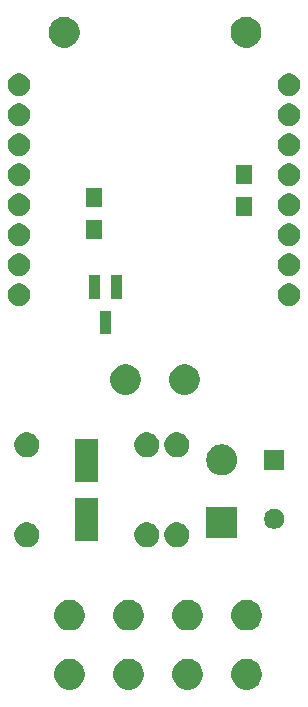
<source format=gbs>
G04 #@! TF.GenerationSoftware,KiCad,Pcbnew,(5.1.4)-1*
G04 #@! TF.CreationDate,2019-10-10T22:11:15+02:00*
G04 #@! TF.ProjectId,WirelessTouchLight,57697265-6c65-4737-9354-6f7563684c69,rev?*
G04 #@! TF.SameCoordinates,Original*
G04 #@! TF.FileFunction,Soldermask,Bot*
G04 #@! TF.FilePolarity,Negative*
%FSLAX46Y46*%
G04 Gerber Fmt 4.6, Leading zero omitted, Abs format (unit mm)*
G04 Created by KiCad (PCBNEW (5.1.4)-1) date 2019-10-10 22:11:15*
%MOMM*%
%LPD*%
G04 APERTURE LIST*
%ADD10C,0.100000*%
G04 APERTURE END LIST*
D10*
G36*
X50284487Y-73423996D02*
G01*
X50521253Y-73522068D01*
X50521255Y-73522069D01*
X50734339Y-73664447D01*
X50915553Y-73845661D01*
X51057932Y-74058747D01*
X51156004Y-74295513D01*
X51206000Y-74546861D01*
X51206000Y-74803139D01*
X51156004Y-75054487D01*
X51057932Y-75291253D01*
X51057931Y-75291255D01*
X50915553Y-75504339D01*
X50734339Y-75685553D01*
X50521255Y-75827931D01*
X50521254Y-75827932D01*
X50521253Y-75827932D01*
X50284487Y-75926004D01*
X50033139Y-75976000D01*
X49776861Y-75976000D01*
X49525513Y-75926004D01*
X49288747Y-75827932D01*
X49288746Y-75827932D01*
X49288745Y-75827931D01*
X49075661Y-75685553D01*
X48894447Y-75504339D01*
X48752069Y-75291255D01*
X48752068Y-75291253D01*
X48653996Y-75054487D01*
X48604000Y-74803139D01*
X48604000Y-74546861D01*
X48653996Y-74295513D01*
X48752068Y-74058747D01*
X48894447Y-73845661D01*
X49075661Y-73664447D01*
X49288745Y-73522069D01*
X49288747Y-73522068D01*
X49525513Y-73423996D01*
X49776861Y-73374000D01*
X50033139Y-73374000D01*
X50284487Y-73423996D01*
X50284487Y-73423996D01*
G37*
G36*
X55284487Y-73423996D02*
G01*
X55521253Y-73522068D01*
X55521255Y-73522069D01*
X55734339Y-73664447D01*
X55915553Y-73845661D01*
X56057932Y-74058747D01*
X56156004Y-74295513D01*
X56206000Y-74546861D01*
X56206000Y-74803139D01*
X56156004Y-75054487D01*
X56057932Y-75291253D01*
X56057931Y-75291255D01*
X55915553Y-75504339D01*
X55734339Y-75685553D01*
X55521255Y-75827931D01*
X55521254Y-75827932D01*
X55521253Y-75827932D01*
X55284487Y-75926004D01*
X55033139Y-75976000D01*
X54776861Y-75976000D01*
X54525513Y-75926004D01*
X54288747Y-75827932D01*
X54288746Y-75827932D01*
X54288745Y-75827931D01*
X54075661Y-75685553D01*
X53894447Y-75504339D01*
X53752069Y-75291255D01*
X53752068Y-75291253D01*
X53653996Y-75054487D01*
X53604000Y-74803139D01*
X53604000Y-74546861D01*
X53653996Y-74295513D01*
X53752068Y-74058747D01*
X53894447Y-73845661D01*
X54075661Y-73664447D01*
X54288745Y-73522069D01*
X54288747Y-73522068D01*
X54525513Y-73423996D01*
X54776861Y-73374000D01*
X55033139Y-73374000D01*
X55284487Y-73423996D01*
X55284487Y-73423996D01*
G37*
G36*
X60284487Y-73423996D02*
G01*
X60521253Y-73522068D01*
X60521255Y-73522069D01*
X60734339Y-73664447D01*
X60915553Y-73845661D01*
X61057932Y-74058747D01*
X61156004Y-74295513D01*
X61206000Y-74546861D01*
X61206000Y-74803139D01*
X61156004Y-75054487D01*
X61057932Y-75291253D01*
X61057931Y-75291255D01*
X60915553Y-75504339D01*
X60734339Y-75685553D01*
X60521255Y-75827931D01*
X60521254Y-75827932D01*
X60521253Y-75827932D01*
X60284487Y-75926004D01*
X60033139Y-75976000D01*
X59776861Y-75976000D01*
X59525513Y-75926004D01*
X59288747Y-75827932D01*
X59288746Y-75827932D01*
X59288745Y-75827931D01*
X59075661Y-75685553D01*
X58894447Y-75504339D01*
X58752069Y-75291255D01*
X58752068Y-75291253D01*
X58653996Y-75054487D01*
X58604000Y-74803139D01*
X58604000Y-74546861D01*
X58653996Y-74295513D01*
X58752068Y-74058747D01*
X58894447Y-73845661D01*
X59075661Y-73664447D01*
X59288745Y-73522069D01*
X59288747Y-73522068D01*
X59525513Y-73423996D01*
X59776861Y-73374000D01*
X60033139Y-73374000D01*
X60284487Y-73423996D01*
X60284487Y-73423996D01*
G37*
G36*
X45284487Y-73423996D02*
G01*
X45521253Y-73522068D01*
X45521255Y-73522069D01*
X45734339Y-73664447D01*
X45915553Y-73845661D01*
X46057932Y-74058747D01*
X46156004Y-74295513D01*
X46206000Y-74546861D01*
X46206000Y-74803139D01*
X46156004Y-75054487D01*
X46057932Y-75291253D01*
X46057931Y-75291255D01*
X45915553Y-75504339D01*
X45734339Y-75685553D01*
X45521255Y-75827931D01*
X45521254Y-75827932D01*
X45521253Y-75827932D01*
X45284487Y-75926004D01*
X45033139Y-75976000D01*
X44776861Y-75976000D01*
X44525513Y-75926004D01*
X44288747Y-75827932D01*
X44288746Y-75827932D01*
X44288745Y-75827931D01*
X44075661Y-75685553D01*
X43894447Y-75504339D01*
X43752069Y-75291255D01*
X43752068Y-75291253D01*
X43653996Y-75054487D01*
X43604000Y-74803139D01*
X43604000Y-74546861D01*
X43653996Y-74295513D01*
X43752068Y-74058747D01*
X43894447Y-73845661D01*
X44075661Y-73664447D01*
X44288745Y-73522069D01*
X44288747Y-73522068D01*
X44525513Y-73423996D01*
X44776861Y-73374000D01*
X45033139Y-73374000D01*
X45284487Y-73423996D01*
X45284487Y-73423996D01*
G37*
G36*
X45284487Y-68423996D02*
G01*
X45521253Y-68522068D01*
X45521255Y-68522069D01*
X45734339Y-68664447D01*
X45915553Y-68845661D01*
X46057932Y-69058747D01*
X46156004Y-69295513D01*
X46206000Y-69546861D01*
X46206000Y-69803139D01*
X46156004Y-70054487D01*
X46057932Y-70291253D01*
X46057931Y-70291255D01*
X45915553Y-70504339D01*
X45734339Y-70685553D01*
X45521255Y-70827931D01*
X45521254Y-70827932D01*
X45521253Y-70827932D01*
X45284487Y-70926004D01*
X45033139Y-70976000D01*
X44776861Y-70976000D01*
X44525513Y-70926004D01*
X44288747Y-70827932D01*
X44288746Y-70827932D01*
X44288745Y-70827931D01*
X44075661Y-70685553D01*
X43894447Y-70504339D01*
X43752069Y-70291255D01*
X43752068Y-70291253D01*
X43653996Y-70054487D01*
X43604000Y-69803139D01*
X43604000Y-69546861D01*
X43653996Y-69295513D01*
X43752068Y-69058747D01*
X43894447Y-68845661D01*
X44075661Y-68664447D01*
X44288745Y-68522069D01*
X44288747Y-68522068D01*
X44525513Y-68423996D01*
X44776861Y-68374000D01*
X45033139Y-68374000D01*
X45284487Y-68423996D01*
X45284487Y-68423996D01*
G37*
G36*
X50284487Y-68423996D02*
G01*
X50521253Y-68522068D01*
X50521255Y-68522069D01*
X50734339Y-68664447D01*
X50915553Y-68845661D01*
X51057932Y-69058747D01*
X51156004Y-69295513D01*
X51206000Y-69546861D01*
X51206000Y-69803139D01*
X51156004Y-70054487D01*
X51057932Y-70291253D01*
X51057931Y-70291255D01*
X50915553Y-70504339D01*
X50734339Y-70685553D01*
X50521255Y-70827931D01*
X50521254Y-70827932D01*
X50521253Y-70827932D01*
X50284487Y-70926004D01*
X50033139Y-70976000D01*
X49776861Y-70976000D01*
X49525513Y-70926004D01*
X49288747Y-70827932D01*
X49288746Y-70827932D01*
X49288745Y-70827931D01*
X49075661Y-70685553D01*
X48894447Y-70504339D01*
X48752069Y-70291255D01*
X48752068Y-70291253D01*
X48653996Y-70054487D01*
X48604000Y-69803139D01*
X48604000Y-69546861D01*
X48653996Y-69295513D01*
X48752068Y-69058747D01*
X48894447Y-68845661D01*
X49075661Y-68664447D01*
X49288745Y-68522069D01*
X49288747Y-68522068D01*
X49525513Y-68423996D01*
X49776861Y-68374000D01*
X50033139Y-68374000D01*
X50284487Y-68423996D01*
X50284487Y-68423996D01*
G37*
G36*
X55284487Y-68423996D02*
G01*
X55521253Y-68522068D01*
X55521255Y-68522069D01*
X55734339Y-68664447D01*
X55915553Y-68845661D01*
X56057932Y-69058747D01*
X56156004Y-69295513D01*
X56206000Y-69546861D01*
X56206000Y-69803139D01*
X56156004Y-70054487D01*
X56057932Y-70291253D01*
X56057931Y-70291255D01*
X55915553Y-70504339D01*
X55734339Y-70685553D01*
X55521255Y-70827931D01*
X55521254Y-70827932D01*
X55521253Y-70827932D01*
X55284487Y-70926004D01*
X55033139Y-70976000D01*
X54776861Y-70976000D01*
X54525513Y-70926004D01*
X54288747Y-70827932D01*
X54288746Y-70827932D01*
X54288745Y-70827931D01*
X54075661Y-70685553D01*
X53894447Y-70504339D01*
X53752069Y-70291255D01*
X53752068Y-70291253D01*
X53653996Y-70054487D01*
X53604000Y-69803139D01*
X53604000Y-69546861D01*
X53653996Y-69295513D01*
X53752068Y-69058747D01*
X53894447Y-68845661D01*
X54075661Y-68664447D01*
X54288745Y-68522069D01*
X54288747Y-68522068D01*
X54525513Y-68423996D01*
X54776861Y-68374000D01*
X55033139Y-68374000D01*
X55284487Y-68423996D01*
X55284487Y-68423996D01*
G37*
G36*
X60284487Y-68423996D02*
G01*
X60521253Y-68522068D01*
X60521255Y-68522069D01*
X60734339Y-68664447D01*
X60915553Y-68845661D01*
X61057932Y-69058747D01*
X61156004Y-69295513D01*
X61206000Y-69546861D01*
X61206000Y-69803139D01*
X61156004Y-70054487D01*
X61057932Y-70291253D01*
X61057931Y-70291255D01*
X60915553Y-70504339D01*
X60734339Y-70685553D01*
X60521255Y-70827931D01*
X60521254Y-70827932D01*
X60521253Y-70827932D01*
X60284487Y-70926004D01*
X60033139Y-70976000D01*
X59776861Y-70976000D01*
X59525513Y-70926004D01*
X59288747Y-70827932D01*
X59288746Y-70827932D01*
X59288745Y-70827931D01*
X59075661Y-70685553D01*
X58894447Y-70504339D01*
X58752069Y-70291255D01*
X58752068Y-70291253D01*
X58653996Y-70054487D01*
X58604000Y-69803139D01*
X58604000Y-69546861D01*
X58653996Y-69295513D01*
X58752068Y-69058747D01*
X58894447Y-68845661D01*
X59075661Y-68664447D01*
X59288745Y-68522069D01*
X59288747Y-68522068D01*
X59525513Y-68423996D01*
X59776861Y-68374000D01*
X60033139Y-68374000D01*
X60284487Y-68423996D01*
X60284487Y-68423996D01*
G37*
G36*
X54281564Y-61854389D02*
G01*
X54435369Y-61918097D01*
X54472835Y-61933616D01*
X54644973Y-62048635D01*
X54791365Y-62195027D01*
X54905606Y-62366000D01*
X54906385Y-62367167D01*
X54985611Y-62558436D01*
X55026000Y-62761484D01*
X55026000Y-62968516D01*
X54985611Y-63171564D01*
X54906385Y-63362833D01*
X54906384Y-63362835D01*
X54791365Y-63534973D01*
X54644973Y-63681365D01*
X54472835Y-63796384D01*
X54472834Y-63796385D01*
X54472833Y-63796385D01*
X54281564Y-63875611D01*
X54078516Y-63916000D01*
X53871484Y-63916000D01*
X53668436Y-63875611D01*
X53477167Y-63796385D01*
X53477166Y-63796385D01*
X53477165Y-63796384D01*
X53305027Y-63681365D01*
X53158635Y-63534973D01*
X53043616Y-63362835D01*
X53043615Y-63362833D01*
X52964389Y-63171564D01*
X52924000Y-62968516D01*
X52924000Y-62761484D01*
X52964389Y-62558436D01*
X53043615Y-62367167D01*
X53044395Y-62366000D01*
X53158635Y-62195027D01*
X53305027Y-62048635D01*
X53477165Y-61933616D01*
X53514631Y-61918097D01*
X53668436Y-61854389D01*
X53871484Y-61814000D01*
X54078516Y-61814000D01*
X54281564Y-61854389D01*
X54281564Y-61854389D01*
G37*
G36*
X51741564Y-61854389D02*
G01*
X51895369Y-61918097D01*
X51932835Y-61933616D01*
X52104973Y-62048635D01*
X52251365Y-62195027D01*
X52365606Y-62366000D01*
X52366385Y-62367167D01*
X52445611Y-62558436D01*
X52486000Y-62761484D01*
X52486000Y-62968516D01*
X52445611Y-63171564D01*
X52366385Y-63362833D01*
X52366384Y-63362835D01*
X52251365Y-63534973D01*
X52104973Y-63681365D01*
X51932835Y-63796384D01*
X51932834Y-63796385D01*
X51932833Y-63796385D01*
X51741564Y-63875611D01*
X51538516Y-63916000D01*
X51331484Y-63916000D01*
X51128436Y-63875611D01*
X50937167Y-63796385D01*
X50937166Y-63796385D01*
X50937165Y-63796384D01*
X50765027Y-63681365D01*
X50618635Y-63534973D01*
X50503616Y-63362835D01*
X50503615Y-63362833D01*
X50424389Y-63171564D01*
X50384000Y-62968516D01*
X50384000Y-62761484D01*
X50424389Y-62558436D01*
X50503615Y-62367167D01*
X50504395Y-62366000D01*
X50618635Y-62195027D01*
X50765027Y-62048635D01*
X50937165Y-61933616D01*
X50974631Y-61918097D01*
X51128436Y-61854389D01*
X51331484Y-61814000D01*
X51538516Y-61814000D01*
X51741564Y-61854389D01*
X51741564Y-61854389D01*
G37*
G36*
X41581564Y-61854389D02*
G01*
X41735369Y-61918097D01*
X41772835Y-61933616D01*
X41944973Y-62048635D01*
X42091365Y-62195027D01*
X42205606Y-62366000D01*
X42206385Y-62367167D01*
X42285611Y-62558436D01*
X42326000Y-62761484D01*
X42326000Y-62968516D01*
X42285611Y-63171564D01*
X42206385Y-63362833D01*
X42206384Y-63362835D01*
X42091365Y-63534973D01*
X41944973Y-63681365D01*
X41772835Y-63796384D01*
X41772834Y-63796385D01*
X41772833Y-63796385D01*
X41581564Y-63875611D01*
X41378516Y-63916000D01*
X41171484Y-63916000D01*
X40968436Y-63875611D01*
X40777167Y-63796385D01*
X40777166Y-63796385D01*
X40777165Y-63796384D01*
X40605027Y-63681365D01*
X40458635Y-63534973D01*
X40343616Y-63362835D01*
X40343615Y-63362833D01*
X40264389Y-63171564D01*
X40224000Y-62968516D01*
X40224000Y-62761484D01*
X40264389Y-62558436D01*
X40343615Y-62367167D01*
X40344395Y-62366000D01*
X40458635Y-62195027D01*
X40605027Y-62048635D01*
X40777165Y-61933616D01*
X40814631Y-61918097D01*
X40968436Y-61854389D01*
X41171484Y-61814000D01*
X41378516Y-61814000D01*
X41581564Y-61854389D01*
X41581564Y-61854389D01*
G37*
G36*
X47306000Y-63396000D02*
G01*
X45404000Y-63396000D01*
X45404000Y-59794000D01*
X47306000Y-59794000D01*
X47306000Y-63396000D01*
X47306000Y-63396000D01*
G37*
G36*
X59086000Y-63150000D02*
G01*
X56484000Y-63150000D01*
X56484000Y-60548000D01*
X59086000Y-60548000D01*
X59086000Y-63150000D01*
X59086000Y-63150000D01*
G37*
G36*
X62478228Y-60696703D02*
G01*
X62633100Y-60760853D01*
X62772481Y-60853985D01*
X62891015Y-60972519D01*
X62984147Y-61111900D01*
X63048297Y-61266772D01*
X63081000Y-61431184D01*
X63081000Y-61598816D01*
X63048297Y-61763228D01*
X62984147Y-61918100D01*
X62891015Y-62057481D01*
X62772481Y-62176015D01*
X62633100Y-62269147D01*
X62478228Y-62333297D01*
X62313816Y-62366000D01*
X62146184Y-62366000D01*
X61981772Y-62333297D01*
X61826900Y-62269147D01*
X61687519Y-62176015D01*
X61568985Y-62057481D01*
X61475853Y-61918100D01*
X61411703Y-61763228D01*
X61379000Y-61598816D01*
X61379000Y-61431184D01*
X61411703Y-61266772D01*
X61475853Y-61111900D01*
X61568985Y-60972519D01*
X61687519Y-60853985D01*
X61826900Y-60760853D01*
X61981772Y-60696703D01*
X62146184Y-60664000D01*
X62313816Y-60664000D01*
X62478228Y-60696703D01*
X62478228Y-60696703D01*
G37*
G36*
X47306000Y-58396000D02*
G01*
X45404000Y-58396000D01*
X45404000Y-54794000D01*
X47306000Y-54794000D01*
X47306000Y-58396000D01*
X47306000Y-58396000D01*
G37*
G36*
X57944472Y-55223412D02*
G01*
X58040040Y-55232825D01*
X58285280Y-55307218D01*
X58511294Y-55428025D01*
X58562899Y-55470376D01*
X58709397Y-55590603D01*
X58829624Y-55737101D01*
X58871975Y-55788706D01*
X58992782Y-56014720D01*
X59067175Y-56259960D01*
X59092294Y-56515000D01*
X59067175Y-56770040D01*
X58992782Y-57015280D01*
X58871975Y-57241294D01*
X58829624Y-57292899D01*
X58709397Y-57439397D01*
X58562899Y-57559624D01*
X58511294Y-57601975D01*
X58285280Y-57722782D01*
X58040040Y-57797175D01*
X57944472Y-57806588D01*
X57848906Y-57816000D01*
X57721094Y-57816000D01*
X57625528Y-57806588D01*
X57529960Y-57797175D01*
X57284720Y-57722782D01*
X57058706Y-57601975D01*
X57007101Y-57559624D01*
X56860603Y-57439397D01*
X56740376Y-57292899D01*
X56698025Y-57241294D01*
X56577218Y-57015280D01*
X56502825Y-56770040D01*
X56477706Y-56515000D01*
X56502825Y-56259960D01*
X56577218Y-56014720D01*
X56698025Y-55788706D01*
X56740376Y-55737101D01*
X56860603Y-55590603D01*
X57007101Y-55470376D01*
X57058706Y-55428025D01*
X57284720Y-55307218D01*
X57529960Y-55232825D01*
X57625528Y-55223412D01*
X57721094Y-55214000D01*
X57848906Y-55214000D01*
X57944472Y-55223412D01*
X57944472Y-55223412D01*
G37*
G36*
X63081000Y-57366000D02*
G01*
X61379000Y-57366000D01*
X61379000Y-55664000D01*
X63081000Y-55664000D01*
X63081000Y-57366000D01*
X63081000Y-57366000D01*
G37*
G36*
X51741564Y-54234389D02*
G01*
X51932833Y-54313615D01*
X51932835Y-54313616D01*
X52104973Y-54428635D01*
X52251365Y-54575027D01*
X52366385Y-54747167D01*
X52445611Y-54938436D01*
X52486000Y-55141484D01*
X52486000Y-55348516D01*
X52445611Y-55551564D01*
X52366385Y-55742833D01*
X52366384Y-55742835D01*
X52251365Y-55914973D01*
X52104973Y-56061365D01*
X51932835Y-56176384D01*
X51932834Y-56176385D01*
X51932833Y-56176385D01*
X51741564Y-56255611D01*
X51538516Y-56296000D01*
X51331484Y-56296000D01*
X51128436Y-56255611D01*
X50937167Y-56176385D01*
X50937166Y-56176385D01*
X50937165Y-56176384D01*
X50765027Y-56061365D01*
X50618635Y-55914973D01*
X50503616Y-55742835D01*
X50503615Y-55742833D01*
X50424389Y-55551564D01*
X50384000Y-55348516D01*
X50384000Y-55141484D01*
X50424389Y-54938436D01*
X50503615Y-54747167D01*
X50618635Y-54575027D01*
X50765027Y-54428635D01*
X50937165Y-54313616D01*
X50937167Y-54313615D01*
X51128436Y-54234389D01*
X51331484Y-54194000D01*
X51538516Y-54194000D01*
X51741564Y-54234389D01*
X51741564Y-54234389D01*
G37*
G36*
X41581564Y-54234389D02*
G01*
X41772833Y-54313615D01*
X41772835Y-54313616D01*
X41944973Y-54428635D01*
X42091365Y-54575027D01*
X42206385Y-54747167D01*
X42285611Y-54938436D01*
X42326000Y-55141484D01*
X42326000Y-55348516D01*
X42285611Y-55551564D01*
X42206385Y-55742833D01*
X42206384Y-55742835D01*
X42091365Y-55914973D01*
X41944973Y-56061365D01*
X41772835Y-56176384D01*
X41772834Y-56176385D01*
X41772833Y-56176385D01*
X41581564Y-56255611D01*
X41378516Y-56296000D01*
X41171484Y-56296000D01*
X40968436Y-56255611D01*
X40777167Y-56176385D01*
X40777166Y-56176385D01*
X40777165Y-56176384D01*
X40605027Y-56061365D01*
X40458635Y-55914973D01*
X40343616Y-55742835D01*
X40343615Y-55742833D01*
X40264389Y-55551564D01*
X40224000Y-55348516D01*
X40224000Y-55141484D01*
X40264389Y-54938436D01*
X40343615Y-54747167D01*
X40458635Y-54575027D01*
X40605027Y-54428635D01*
X40777165Y-54313616D01*
X40777167Y-54313615D01*
X40968436Y-54234389D01*
X41171484Y-54194000D01*
X41378516Y-54194000D01*
X41581564Y-54234389D01*
X41581564Y-54234389D01*
G37*
G36*
X54281564Y-54234389D02*
G01*
X54472833Y-54313615D01*
X54472835Y-54313616D01*
X54644973Y-54428635D01*
X54791365Y-54575027D01*
X54906385Y-54747167D01*
X54985611Y-54938436D01*
X55026000Y-55141484D01*
X55026000Y-55348516D01*
X54985611Y-55551564D01*
X54906385Y-55742833D01*
X54906384Y-55742835D01*
X54791365Y-55914973D01*
X54644973Y-56061365D01*
X54472835Y-56176384D01*
X54472834Y-56176385D01*
X54472833Y-56176385D01*
X54281564Y-56255611D01*
X54078516Y-56296000D01*
X53871484Y-56296000D01*
X53668436Y-56255611D01*
X53477167Y-56176385D01*
X53477166Y-56176385D01*
X53477165Y-56176384D01*
X53305027Y-56061365D01*
X53158635Y-55914973D01*
X53043616Y-55742835D01*
X53043615Y-55742833D01*
X52964389Y-55551564D01*
X52924000Y-55348516D01*
X52924000Y-55141484D01*
X52964389Y-54938436D01*
X53043615Y-54747167D01*
X53158635Y-54575027D01*
X53305027Y-54428635D01*
X53477165Y-54313616D01*
X53477167Y-54313615D01*
X53668436Y-54234389D01*
X53871484Y-54194000D01*
X54078516Y-54194000D01*
X54281564Y-54234389D01*
X54281564Y-54234389D01*
G37*
G36*
X55029487Y-48468996D02*
G01*
X55266253Y-48567068D01*
X55266255Y-48567069D01*
X55479339Y-48709447D01*
X55660553Y-48890661D01*
X55802932Y-49103747D01*
X55901004Y-49340513D01*
X55951000Y-49591861D01*
X55951000Y-49848139D01*
X55901004Y-50099487D01*
X55802932Y-50336253D01*
X55802931Y-50336255D01*
X55660553Y-50549339D01*
X55479339Y-50730553D01*
X55266255Y-50872931D01*
X55266254Y-50872932D01*
X55266253Y-50872932D01*
X55029487Y-50971004D01*
X54778139Y-51021000D01*
X54521861Y-51021000D01*
X54270513Y-50971004D01*
X54033747Y-50872932D01*
X54033746Y-50872932D01*
X54033745Y-50872931D01*
X53820661Y-50730553D01*
X53639447Y-50549339D01*
X53497069Y-50336255D01*
X53497068Y-50336253D01*
X53398996Y-50099487D01*
X53349000Y-49848139D01*
X53349000Y-49591861D01*
X53398996Y-49340513D01*
X53497068Y-49103747D01*
X53639447Y-48890661D01*
X53820661Y-48709447D01*
X54033745Y-48567069D01*
X54033747Y-48567068D01*
X54270513Y-48468996D01*
X54521861Y-48419000D01*
X54778139Y-48419000D01*
X55029487Y-48468996D01*
X55029487Y-48468996D01*
G37*
G36*
X50029487Y-48468996D02*
G01*
X50266253Y-48567068D01*
X50266255Y-48567069D01*
X50479339Y-48709447D01*
X50660553Y-48890661D01*
X50802932Y-49103747D01*
X50901004Y-49340513D01*
X50951000Y-49591861D01*
X50951000Y-49848139D01*
X50901004Y-50099487D01*
X50802932Y-50336253D01*
X50802931Y-50336255D01*
X50660553Y-50549339D01*
X50479339Y-50730553D01*
X50266255Y-50872931D01*
X50266254Y-50872932D01*
X50266253Y-50872932D01*
X50029487Y-50971004D01*
X49778139Y-51021000D01*
X49521861Y-51021000D01*
X49270513Y-50971004D01*
X49033747Y-50872932D01*
X49033746Y-50872932D01*
X49033745Y-50872931D01*
X48820661Y-50730553D01*
X48639447Y-50549339D01*
X48497069Y-50336255D01*
X48497068Y-50336253D01*
X48398996Y-50099487D01*
X48349000Y-49848139D01*
X48349000Y-49591861D01*
X48398996Y-49340513D01*
X48497068Y-49103747D01*
X48639447Y-48890661D01*
X48820661Y-48709447D01*
X49033745Y-48567069D01*
X49033747Y-48567068D01*
X49270513Y-48468996D01*
X49521861Y-48419000D01*
X49778139Y-48419000D01*
X50029487Y-48468996D01*
X50029487Y-48468996D01*
G37*
G36*
X48396000Y-45911000D02*
G01*
X47494000Y-45911000D01*
X47494000Y-43909000D01*
X48396000Y-43909000D01*
X48396000Y-45911000D01*
X48396000Y-45911000D01*
G37*
G36*
X40917395Y-41630546D02*
G01*
X41090466Y-41702234D01*
X41090467Y-41702235D01*
X41246227Y-41806310D01*
X41378690Y-41938773D01*
X41378691Y-41938775D01*
X41482766Y-42094534D01*
X41554454Y-42267605D01*
X41591000Y-42451333D01*
X41591000Y-42638667D01*
X41554454Y-42822395D01*
X41482766Y-42995466D01*
X41482765Y-42995467D01*
X41378690Y-43151227D01*
X41246227Y-43283690D01*
X41167818Y-43336081D01*
X41090466Y-43387766D01*
X40917395Y-43459454D01*
X40733667Y-43496000D01*
X40546333Y-43496000D01*
X40362605Y-43459454D01*
X40189534Y-43387766D01*
X40112182Y-43336081D01*
X40033773Y-43283690D01*
X39901310Y-43151227D01*
X39797235Y-42995467D01*
X39797234Y-42995466D01*
X39725546Y-42822395D01*
X39689000Y-42638667D01*
X39689000Y-42451333D01*
X39725546Y-42267605D01*
X39797234Y-42094534D01*
X39901309Y-41938775D01*
X39901310Y-41938773D01*
X40033773Y-41806310D01*
X40189533Y-41702235D01*
X40189534Y-41702234D01*
X40362605Y-41630546D01*
X40546333Y-41594000D01*
X40733667Y-41594000D01*
X40917395Y-41630546D01*
X40917395Y-41630546D01*
G37*
G36*
X63777395Y-41630546D02*
G01*
X63950466Y-41702234D01*
X63950467Y-41702235D01*
X64106227Y-41806310D01*
X64238690Y-41938773D01*
X64238691Y-41938775D01*
X64342766Y-42094534D01*
X64414454Y-42267605D01*
X64451000Y-42451333D01*
X64451000Y-42638667D01*
X64414454Y-42822395D01*
X64342766Y-42995466D01*
X64342765Y-42995467D01*
X64238690Y-43151227D01*
X64106227Y-43283690D01*
X64027818Y-43336081D01*
X63950466Y-43387766D01*
X63777395Y-43459454D01*
X63593667Y-43496000D01*
X63406333Y-43496000D01*
X63222605Y-43459454D01*
X63049534Y-43387766D01*
X62972182Y-43336081D01*
X62893773Y-43283690D01*
X62761310Y-43151227D01*
X62657235Y-42995467D01*
X62657234Y-42995466D01*
X62585546Y-42822395D01*
X62549000Y-42638667D01*
X62549000Y-42451333D01*
X62585546Y-42267605D01*
X62657234Y-42094534D01*
X62761309Y-41938775D01*
X62761310Y-41938773D01*
X62893773Y-41806310D01*
X63049533Y-41702235D01*
X63049534Y-41702234D01*
X63222605Y-41630546D01*
X63406333Y-41594000D01*
X63593667Y-41594000D01*
X63777395Y-41630546D01*
X63777395Y-41630546D01*
G37*
G36*
X47446000Y-42911000D02*
G01*
X46544000Y-42911000D01*
X46544000Y-40909000D01*
X47446000Y-40909000D01*
X47446000Y-42911000D01*
X47446000Y-42911000D01*
G37*
G36*
X49346000Y-42911000D02*
G01*
X48444000Y-42911000D01*
X48444000Y-40909000D01*
X49346000Y-40909000D01*
X49346000Y-42911000D01*
X49346000Y-42911000D01*
G37*
G36*
X63777395Y-39090546D02*
G01*
X63950466Y-39162234D01*
X63950467Y-39162235D01*
X64106227Y-39266310D01*
X64238690Y-39398773D01*
X64238691Y-39398775D01*
X64342766Y-39554534D01*
X64414454Y-39727605D01*
X64451000Y-39911333D01*
X64451000Y-40098667D01*
X64414454Y-40282395D01*
X64342766Y-40455466D01*
X64342765Y-40455467D01*
X64238690Y-40611227D01*
X64106227Y-40743690D01*
X64027818Y-40796081D01*
X63950466Y-40847766D01*
X63777395Y-40919454D01*
X63593667Y-40956000D01*
X63406333Y-40956000D01*
X63222605Y-40919454D01*
X63049534Y-40847766D01*
X62972182Y-40796081D01*
X62893773Y-40743690D01*
X62761310Y-40611227D01*
X62657235Y-40455467D01*
X62657234Y-40455466D01*
X62585546Y-40282395D01*
X62549000Y-40098667D01*
X62549000Y-39911333D01*
X62585546Y-39727605D01*
X62657234Y-39554534D01*
X62761309Y-39398775D01*
X62761310Y-39398773D01*
X62893773Y-39266310D01*
X63049533Y-39162235D01*
X63049534Y-39162234D01*
X63222605Y-39090546D01*
X63406333Y-39054000D01*
X63593667Y-39054000D01*
X63777395Y-39090546D01*
X63777395Y-39090546D01*
G37*
G36*
X40917395Y-39090546D02*
G01*
X41090466Y-39162234D01*
X41090467Y-39162235D01*
X41246227Y-39266310D01*
X41378690Y-39398773D01*
X41378691Y-39398775D01*
X41482766Y-39554534D01*
X41554454Y-39727605D01*
X41591000Y-39911333D01*
X41591000Y-40098667D01*
X41554454Y-40282395D01*
X41482766Y-40455466D01*
X41482765Y-40455467D01*
X41378690Y-40611227D01*
X41246227Y-40743690D01*
X41167818Y-40796081D01*
X41090466Y-40847766D01*
X40917395Y-40919454D01*
X40733667Y-40956000D01*
X40546333Y-40956000D01*
X40362605Y-40919454D01*
X40189534Y-40847766D01*
X40112182Y-40796081D01*
X40033773Y-40743690D01*
X39901310Y-40611227D01*
X39797235Y-40455467D01*
X39797234Y-40455466D01*
X39725546Y-40282395D01*
X39689000Y-40098667D01*
X39689000Y-39911333D01*
X39725546Y-39727605D01*
X39797234Y-39554534D01*
X39901309Y-39398775D01*
X39901310Y-39398773D01*
X40033773Y-39266310D01*
X40189533Y-39162235D01*
X40189534Y-39162234D01*
X40362605Y-39090546D01*
X40546333Y-39054000D01*
X40733667Y-39054000D01*
X40917395Y-39090546D01*
X40917395Y-39090546D01*
G37*
G36*
X63777395Y-36550546D02*
G01*
X63950466Y-36622234D01*
X63950467Y-36622235D01*
X64106227Y-36726310D01*
X64238690Y-36858773D01*
X64238691Y-36858775D01*
X64342766Y-37014534D01*
X64414454Y-37187605D01*
X64451000Y-37371333D01*
X64451000Y-37558667D01*
X64414454Y-37742395D01*
X64342766Y-37915466D01*
X64342765Y-37915467D01*
X64238690Y-38071227D01*
X64106227Y-38203690D01*
X64027818Y-38256081D01*
X63950466Y-38307766D01*
X63777395Y-38379454D01*
X63593667Y-38416000D01*
X63406333Y-38416000D01*
X63222605Y-38379454D01*
X63049534Y-38307766D01*
X62972182Y-38256081D01*
X62893773Y-38203690D01*
X62761310Y-38071227D01*
X62657235Y-37915467D01*
X62657234Y-37915466D01*
X62585546Y-37742395D01*
X62549000Y-37558667D01*
X62549000Y-37371333D01*
X62585546Y-37187605D01*
X62657234Y-37014534D01*
X62761309Y-36858775D01*
X62761310Y-36858773D01*
X62893773Y-36726310D01*
X63049533Y-36622235D01*
X63049534Y-36622234D01*
X63222605Y-36550546D01*
X63406333Y-36514000D01*
X63593667Y-36514000D01*
X63777395Y-36550546D01*
X63777395Y-36550546D01*
G37*
G36*
X40917395Y-36550546D02*
G01*
X41090466Y-36622234D01*
X41090467Y-36622235D01*
X41246227Y-36726310D01*
X41378690Y-36858773D01*
X41378691Y-36858775D01*
X41482766Y-37014534D01*
X41554454Y-37187605D01*
X41591000Y-37371333D01*
X41591000Y-37558667D01*
X41554454Y-37742395D01*
X41482766Y-37915466D01*
X41482765Y-37915467D01*
X41378690Y-38071227D01*
X41246227Y-38203690D01*
X41167818Y-38256081D01*
X41090466Y-38307766D01*
X40917395Y-38379454D01*
X40733667Y-38416000D01*
X40546333Y-38416000D01*
X40362605Y-38379454D01*
X40189534Y-38307766D01*
X40112182Y-38256081D01*
X40033773Y-38203690D01*
X39901310Y-38071227D01*
X39797235Y-37915467D01*
X39797234Y-37915466D01*
X39725546Y-37742395D01*
X39689000Y-37558667D01*
X39689000Y-37371333D01*
X39725546Y-37187605D01*
X39797234Y-37014534D01*
X39901309Y-36858775D01*
X39901310Y-36858773D01*
X40033773Y-36726310D01*
X40189533Y-36622235D01*
X40189534Y-36622234D01*
X40362605Y-36550546D01*
X40546333Y-36514000D01*
X40733667Y-36514000D01*
X40917395Y-36550546D01*
X40917395Y-36550546D01*
G37*
G36*
X47691000Y-37791000D02*
G01*
X46289000Y-37791000D01*
X46289000Y-36189000D01*
X47691000Y-36189000D01*
X47691000Y-37791000D01*
X47691000Y-37791000D01*
G37*
G36*
X60391000Y-35886000D02*
G01*
X58989000Y-35886000D01*
X58989000Y-34284000D01*
X60391000Y-34284000D01*
X60391000Y-35886000D01*
X60391000Y-35886000D01*
G37*
G36*
X63777395Y-34010546D02*
G01*
X63950466Y-34082234D01*
X63950467Y-34082235D01*
X64106227Y-34186310D01*
X64238690Y-34318773D01*
X64238691Y-34318775D01*
X64342766Y-34474534D01*
X64414454Y-34647605D01*
X64451000Y-34831333D01*
X64451000Y-35018667D01*
X64414454Y-35202395D01*
X64342766Y-35375466D01*
X64342765Y-35375467D01*
X64238690Y-35531227D01*
X64106227Y-35663690D01*
X64027818Y-35716081D01*
X63950466Y-35767766D01*
X63777395Y-35839454D01*
X63593667Y-35876000D01*
X63406333Y-35876000D01*
X63222605Y-35839454D01*
X63049534Y-35767766D01*
X62972182Y-35716081D01*
X62893773Y-35663690D01*
X62761310Y-35531227D01*
X62657235Y-35375467D01*
X62657234Y-35375466D01*
X62585546Y-35202395D01*
X62549000Y-35018667D01*
X62549000Y-34831333D01*
X62585546Y-34647605D01*
X62657234Y-34474534D01*
X62761309Y-34318775D01*
X62761310Y-34318773D01*
X62893773Y-34186310D01*
X63049533Y-34082235D01*
X63049534Y-34082234D01*
X63222605Y-34010546D01*
X63406333Y-33974000D01*
X63593667Y-33974000D01*
X63777395Y-34010546D01*
X63777395Y-34010546D01*
G37*
G36*
X40917395Y-34010546D02*
G01*
X41090466Y-34082234D01*
X41090467Y-34082235D01*
X41246227Y-34186310D01*
X41378690Y-34318773D01*
X41378691Y-34318775D01*
X41482766Y-34474534D01*
X41554454Y-34647605D01*
X41591000Y-34831333D01*
X41591000Y-35018667D01*
X41554454Y-35202395D01*
X41482766Y-35375466D01*
X41482765Y-35375467D01*
X41378690Y-35531227D01*
X41246227Y-35663690D01*
X41167818Y-35716081D01*
X41090466Y-35767766D01*
X40917395Y-35839454D01*
X40733667Y-35876000D01*
X40546333Y-35876000D01*
X40362605Y-35839454D01*
X40189534Y-35767766D01*
X40112182Y-35716081D01*
X40033773Y-35663690D01*
X39901310Y-35531227D01*
X39797235Y-35375467D01*
X39797234Y-35375466D01*
X39725546Y-35202395D01*
X39689000Y-35018667D01*
X39689000Y-34831333D01*
X39725546Y-34647605D01*
X39797234Y-34474534D01*
X39901309Y-34318775D01*
X39901310Y-34318773D01*
X40033773Y-34186310D01*
X40189533Y-34082235D01*
X40189534Y-34082234D01*
X40362605Y-34010546D01*
X40546333Y-33974000D01*
X40733667Y-33974000D01*
X40917395Y-34010546D01*
X40917395Y-34010546D01*
G37*
G36*
X47691000Y-35091000D02*
G01*
X46289000Y-35091000D01*
X46289000Y-33489000D01*
X47691000Y-33489000D01*
X47691000Y-35091000D01*
X47691000Y-35091000D01*
G37*
G36*
X40917395Y-31470546D02*
G01*
X41090466Y-31542234D01*
X41090467Y-31542235D01*
X41246227Y-31646310D01*
X41378690Y-31778773D01*
X41378691Y-31778775D01*
X41482766Y-31934534D01*
X41554454Y-32107605D01*
X41591000Y-32291333D01*
X41591000Y-32478667D01*
X41554454Y-32662395D01*
X41482766Y-32835466D01*
X41482765Y-32835467D01*
X41378690Y-32991227D01*
X41246227Y-33123690D01*
X41167818Y-33176081D01*
X41090466Y-33227766D01*
X40917395Y-33299454D01*
X40733667Y-33336000D01*
X40546333Y-33336000D01*
X40362605Y-33299454D01*
X40189534Y-33227766D01*
X40112182Y-33176081D01*
X40033773Y-33123690D01*
X39901310Y-32991227D01*
X39797235Y-32835467D01*
X39797234Y-32835466D01*
X39725546Y-32662395D01*
X39689000Y-32478667D01*
X39689000Y-32291333D01*
X39725546Y-32107605D01*
X39797234Y-31934534D01*
X39901309Y-31778775D01*
X39901310Y-31778773D01*
X40033773Y-31646310D01*
X40189533Y-31542235D01*
X40189534Y-31542234D01*
X40362605Y-31470546D01*
X40546333Y-31434000D01*
X40733667Y-31434000D01*
X40917395Y-31470546D01*
X40917395Y-31470546D01*
G37*
G36*
X63777395Y-31470546D02*
G01*
X63950466Y-31542234D01*
X63950467Y-31542235D01*
X64106227Y-31646310D01*
X64238690Y-31778773D01*
X64238691Y-31778775D01*
X64342766Y-31934534D01*
X64414454Y-32107605D01*
X64451000Y-32291333D01*
X64451000Y-32478667D01*
X64414454Y-32662395D01*
X64342766Y-32835466D01*
X64342765Y-32835467D01*
X64238690Y-32991227D01*
X64106227Y-33123690D01*
X64027818Y-33176081D01*
X63950466Y-33227766D01*
X63777395Y-33299454D01*
X63593667Y-33336000D01*
X63406333Y-33336000D01*
X63222605Y-33299454D01*
X63049534Y-33227766D01*
X62972182Y-33176081D01*
X62893773Y-33123690D01*
X62761310Y-32991227D01*
X62657235Y-32835467D01*
X62657234Y-32835466D01*
X62585546Y-32662395D01*
X62549000Y-32478667D01*
X62549000Y-32291333D01*
X62585546Y-32107605D01*
X62657234Y-31934534D01*
X62761309Y-31778775D01*
X62761310Y-31778773D01*
X62893773Y-31646310D01*
X63049533Y-31542235D01*
X63049534Y-31542234D01*
X63222605Y-31470546D01*
X63406333Y-31434000D01*
X63593667Y-31434000D01*
X63777395Y-31470546D01*
X63777395Y-31470546D01*
G37*
G36*
X60391000Y-33186000D02*
G01*
X58989000Y-33186000D01*
X58989000Y-31584000D01*
X60391000Y-31584000D01*
X60391000Y-33186000D01*
X60391000Y-33186000D01*
G37*
G36*
X63777395Y-28930546D02*
G01*
X63950466Y-29002234D01*
X63950467Y-29002235D01*
X64106227Y-29106310D01*
X64238690Y-29238773D01*
X64238691Y-29238775D01*
X64342766Y-29394534D01*
X64414454Y-29567605D01*
X64451000Y-29751333D01*
X64451000Y-29938667D01*
X64414454Y-30122395D01*
X64342766Y-30295466D01*
X64342765Y-30295467D01*
X64238690Y-30451227D01*
X64106227Y-30583690D01*
X64027818Y-30636081D01*
X63950466Y-30687766D01*
X63777395Y-30759454D01*
X63593667Y-30796000D01*
X63406333Y-30796000D01*
X63222605Y-30759454D01*
X63049534Y-30687766D01*
X62972182Y-30636081D01*
X62893773Y-30583690D01*
X62761310Y-30451227D01*
X62657235Y-30295467D01*
X62657234Y-30295466D01*
X62585546Y-30122395D01*
X62549000Y-29938667D01*
X62549000Y-29751333D01*
X62585546Y-29567605D01*
X62657234Y-29394534D01*
X62761309Y-29238775D01*
X62761310Y-29238773D01*
X62893773Y-29106310D01*
X63049533Y-29002235D01*
X63049534Y-29002234D01*
X63222605Y-28930546D01*
X63406333Y-28894000D01*
X63593667Y-28894000D01*
X63777395Y-28930546D01*
X63777395Y-28930546D01*
G37*
G36*
X40917395Y-28930546D02*
G01*
X41090466Y-29002234D01*
X41090467Y-29002235D01*
X41246227Y-29106310D01*
X41378690Y-29238773D01*
X41378691Y-29238775D01*
X41482766Y-29394534D01*
X41554454Y-29567605D01*
X41591000Y-29751333D01*
X41591000Y-29938667D01*
X41554454Y-30122395D01*
X41482766Y-30295466D01*
X41482765Y-30295467D01*
X41378690Y-30451227D01*
X41246227Y-30583690D01*
X41167818Y-30636081D01*
X41090466Y-30687766D01*
X40917395Y-30759454D01*
X40733667Y-30796000D01*
X40546333Y-30796000D01*
X40362605Y-30759454D01*
X40189534Y-30687766D01*
X40112182Y-30636081D01*
X40033773Y-30583690D01*
X39901310Y-30451227D01*
X39797235Y-30295467D01*
X39797234Y-30295466D01*
X39725546Y-30122395D01*
X39689000Y-29938667D01*
X39689000Y-29751333D01*
X39725546Y-29567605D01*
X39797234Y-29394534D01*
X39901309Y-29238775D01*
X39901310Y-29238773D01*
X40033773Y-29106310D01*
X40189533Y-29002235D01*
X40189534Y-29002234D01*
X40362605Y-28930546D01*
X40546333Y-28894000D01*
X40733667Y-28894000D01*
X40917395Y-28930546D01*
X40917395Y-28930546D01*
G37*
G36*
X63777395Y-26390546D02*
G01*
X63950466Y-26462234D01*
X63950467Y-26462235D01*
X64106227Y-26566310D01*
X64238690Y-26698773D01*
X64238691Y-26698775D01*
X64342766Y-26854534D01*
X64414454Y-27027605D01*
X64451000Y-27211333D01*
X64451000Y-27398667D01*
X64414454Y-27582395D01*
X64342766Y-27755466D01*
X64342765Y-27755467D01*
X64238690Y-27911227D01*
X64106227Y-28043690D01*
X64027818Y-28096081D01*
X63950466Y-28147766D01*
X63777395Y-28219454D01*
X63593667Y-28256000D01*
X63406333Y-28256000D01*
X63222605Y-28219454D01*
X63049534Y-28147766D01*
X62972182Y-28096081D01*
X62893773Y-28043690D01*
X62761310Y-27911227D01*
X62657235Y-27755467D01*
X62657234Y-27755466D01*
X62585546Y-27582395D01*
X62549000Y-27398667D01*
X62549000Y-27211333D01*
X62585546Y-27027605D01*
X62657234Y-26854534D01*
X62761309Y-26698775D01*
X62761310Y-26698773D01*
X62893773Y-26566310D01*
X63049533Y-26462235D01*
X63049534Y-26462234D01*
X63222605Y-26390546D01*
X63406333Y-26354000D01*
X63593667Y-26354000D01*
X63777395Y-26390546D01*
X63777395Y-26390546D01*
G37*
G36*
X40917395Y-26390546D02*
G01*
X41090466Y-26462234D01*
X41090467Y-26462235D01*
X41246227Y-26566310D01*
X41378690Y-26698773D01*
X41378691Y-26698775D01*
X41482766Y-26854534D01*
X41554454Y-27027605D01*
X41591000Y-27211333D01*
X41591000Y-27398667D01*
X41554454Y-27582395D01*
X41482766Y-27755466D01*
X41482765Y-27755467D01*
X41378690Y-27911227D01*
X41246227Y-28043690D01*
X41167818Y-28096081D01*
X41090466Y-28147766D01*
X40917395Y-28219454D01*
X40733667Y-28256000D01*
X40546333Y-28256000D01*
X40362605Y-28219454D01*
X40189534Y-28147766D01*
X40112182Y-28096081D01*
X40033773Y-28043690D01*
X39901310Y-27911227D01*
X39797235Y-27755467D01*
X39797234Y-27755466D01*
X39725546Y-27582395D01*
X39689000Y-27398667D01*
X39689000Y-27211333D01*
X39725546Y-27027605D01*
X39797234Y-26854534D01*
X39901309Y-26698775D01*
X39901310Y-26698773D01*
X40033773Y-26566310D01*
X40189533Y-26462235D01*
X40189534Y-26462234D01*
X40362605Y-26390546D01*
X40546333Y-26354000D01*
X40733667Y-26354000D01*
X40917395Y-26390546D01*
X40917395Y-26390546D01*
G37*
G36*
X63777395Y-23850546D02*
G01*
X63950466Y-23922234D01*
X63950467Y-23922235D01*
X64106227Y-24026310D01*
X64238690Y-24158773D01*
X64238691Y-24158775D01*
X64342766Y-24314534D01*
X64414454Y-24487605D01*
X64451000Y-24671333D01*
X64451000Y-24858667D01*
X64414454Y-25042395D01*
X64342766Y-25215466D01*
X64342765Y-25215467D01*
X64238690Y-25371227D01*
X64106227Y-25503690D01*
X64027818Y-25556081D01*
X63950466Y-25607766D01*
X63777395Y-25679454D01*
X63593667Y-25716000D01*
X63406333Y-25716000D01*
X63222605Y-25679454D01*
X63049534Y-25607766D01*
X62972182Y-25556081D01*
X62893773Y-25503690D01*
X62761310Y-25371227D01*
X62657235Y-25215467D01*
X62657234Y-25215466D01*
X62585546Y-25042395D01*
X62549000Y-24858667D01*
X62549000Y-24671333D01*
X62585546Y-24487605D01*
X62657234Y-24314534D01*
X62761309Y-24158775D01*
X62761310Y-24158773D01*
X62893773Y-24026310D01*
X63049533Y-23922235D01*
X63049534Y-23922234D01*
X63222605Y-23850546D01*
X63406333Y-23814000D01*
X63593667Y-23814000D01*
X63777395Y-23850546D01*
X63777395Y-23850546D01*
G37*
G36*
X40917395Y-23850546D02*
G01*
X41090466Y-23922234D01*
X41090467Y-23922235D01*
X41246227Y-24026310D01*
X41378690Y-24158773D01*
X41378691Y-24158775D01*
X41482766Y-24314534D01*
X41554454Y-24487605D01*
X41591000Y-24671333D01*
X41591000Y-24858667D01*
X41554454Y-25042395D01*
X41482766Y-25215466D01*
X41482765Y-25215467D01*
X41378690Y-25371227D01*
X41246227Y-25503690D01*
X41167818Y-25556081D01*
X41090466Y-25607766D01*
X40917395Y-25679454D01*
X40733667Y-25716000D01*
X40546333Y-25716000D01*
X40362605Y-25679454D01*
X40189534Y-25607766D01*
X40112182Y-25556081D01*
X40033773Y-25503690D01*
X39901310Y-25371227D01*
X39797235Y-25215467D01*
X39797234Y-25215466D01*
X39725546Y-25042395D01*
X39689000Y-24858667D01*
X39689000Y-24671333D01*
X39725546Y-24487605D01*
X39797234Y-24314534D01*
X39901309Y-24158775D01*
X39901310Y-24158773D01*
X40033773Y-24026310D01*
X40189533Y-23922235D01*
X40189534Y-23922234D01*
X40362605Y-23850546D01*
X40546333Y-23814000D01*
X40733667Y-23814000D01*
X40917395Y-23850546D01*
X40917395Y-23850546D01*
G37*
G36*
X44829487Y-19068996D02*
G01*
X45066253Y-19167068D01*
X45066255Y-19167069D01*
X45279339Y-19309447D01*
X45460553Y-19490661D01*
X45602932Y-19703747D01*
X45701004Y-19940513D01*
X45751000Y-20191861D01*
X45751000Y-20448139D01*
X45701004Y-20699487D01*
X45602932Y-20936253D01*
X45602931Y-20936255D01*
X45460553Y-21149339D01*
X45279339Y-21330553D01*
X45066255Y-21472931D01*
X45066254Y-21472932D01*
X45066253Y-21472932D01*
X44829487Y-21571004D01*
X44578139Y-21621000D01*
X44321861Y-21621000D01*
X44070513Y-21571004D01*
X43833747Y-21472932D01*
X43833746Y-21472932D01*
X43833745Y-21472931D01*
X43620661Y-21330553D01*
X43439447Y-21149339D01*
X43297069Y-20936255D01*
X43297068Y-20936253D01*
X43198996Y-20699487D01*
X43149000Y-20448139D01*
X43149000Y-20191861D01*
X43198996Y-19940513D01*
X43297068Y-19703747D01*
X43439447Y-19490661D01*
X43620661Y-19309447D01*
X43833745Y-19167069D01*
X43833747Y-19167068D01*
X44070513Y-19068996D01*
X44321861Y-19019000D01*
X44578139Y-19019000D01*
X44829487Y-19068996D01*
X44829487Y-19068996D01*
G37*
G36*
X60229487Y-19068996D02*
G01*
X60466253Y-19167068D01*
X60466255Y-19167069D01*
X60679339Y-19309447D01*
X60860553Y-19490661D01*
X61002932Y-19703747D01*
X61101004Y-19940513D01*
X61151000Y-20191861D01*
X61151000Y-20448139D01*
X61101004Y-20699487D01*
X61002932Y-20936253D01*
X61002931Y-20936255D01*
X60860553Y-21149339D01*
X60679339Y-21330553D01*
X60466255Y-21472931D01*
X60466254Y-21472932D01*
X60466253Y-21472932D01*
X60229487Y-21571004D01*
X59978139Y-21621000D01*
X59721861Y-21621000D01*
X59470513Y-21571004D01*
X59233747Y-21472932D01*
X59233746Y-21472932D01*
X59233745Y-21472931D01*
X59020661Y-21330553D01*
X58839447Y-21149339D01*
X58697069Y-20936255D01*
X58697068Y-20936253D01*
X58598996Y-20699487D01*
X58549000Y-20448139D01*
X58549000Y-20191861D01*
X58598996Y-19940513D01*
X58697068Y-19703747D01*
X58839447Y-19490661D01*
X59020661Y-19309447D01*
X59233745Y-19167069D01*
X59233747Y-19167068D01*
X59470513Y-19068996D01*
X59721861Y-19019000D01*
X59978139Y-19019000D01*
X60229487Y-19068996D01*
X60229487Y-19068996D01*
G37*
M02*

</source>
